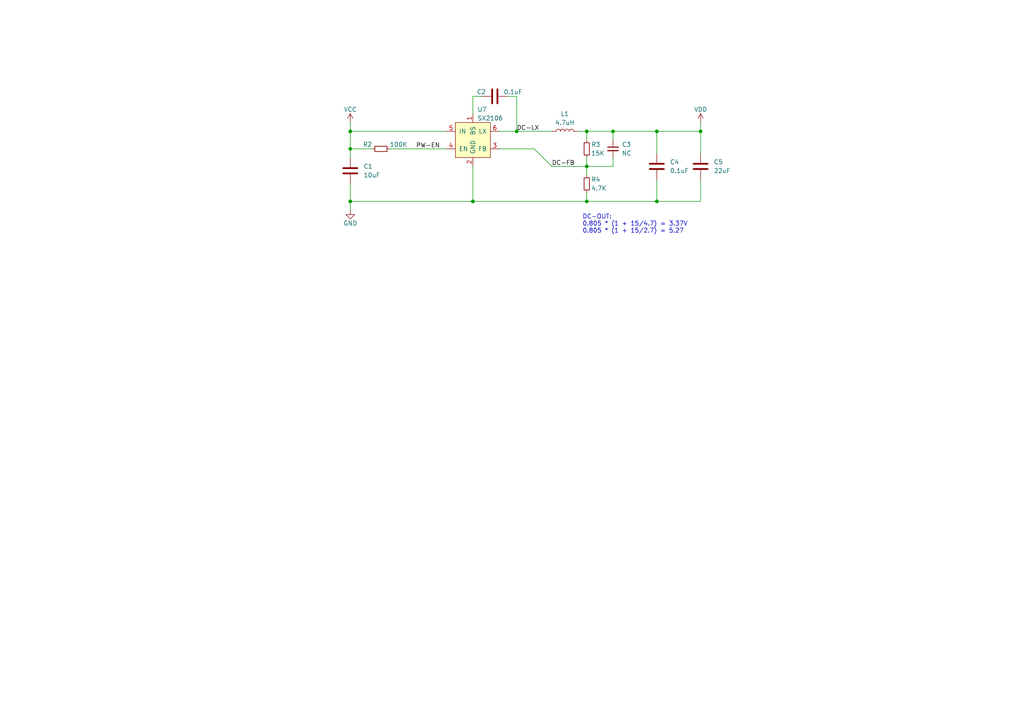
<source format=kicad_sch>
(kicad_sch (version 20250114) (generator "eeschema") (generator_version "9.0")
  (paper "A4")
  (lib_symbols
    (symbol "Append_Power IC:SX2106" (pin_names (offset 1.016))
      (property "Reference" "U" (at 2.54 8.89 0))
      (property "Value" "SX2106" (at 2.54 6.35 0))
      (symbol "SX2106_0_1"
        (rectangle (start -5.08 5.08) (end 5.08 -5.08) (fill (type background)))
      )
      (symbol "SX2106_1_1"
        (pin power_in line (at -7.62 2.54 0) (length 2.54) (name "IN") (number "5"))
        (pin input line (at -7.62 -2.54 0) (length 2.54) (name "EN") (number "4"))
        (pin input line (at 0 7.62 270) (length 2.54) (name "BS") (number "1"))
        (pin power_in line (at 0 -7.62 90) (length 2.54) (name "GND") (number "2"))
        (pin power_out line (at 7.62 2.54 180) (length 2.54) (name "LX") (number "6"))
        (pin input line (at 7.62 -2.54 180) (length 2.54) (name "FB") (number "3"))
      )
    )
    (symbol "Device:C" (pin_numbers (hide yes)) (pin_names (offset 0.254))
      (property "Reference" "C" (at 0.635 2.54 0))
      (property "Value" "C" (at 0.635 -2.54 0))
      (symbol "C_0_1"
        (polyline (pts (xy -2.032 0.762) (xy 2.032 0.762)) (stroke (width 0.508)))
        (polyline (pts (xy -2.032 -0.762) (xy 2.032 -0.762)) (stroke (width 0.508)))
      )
      (symbol "C_1_1"
        (pin passive line (at 0 3.81 270) (length 2.794) (name "~") (number "1"))
        (pin passive line (at 0 -3.81 90) (length 2.794) (name "~") (number "2"))
      )
    )
    (symbol "Device:C_Small" (pin_numbers (hide yes)) (pin_names (offset 0.254) (hide yes))
      (property "Reference" "C" (at 0.254 1.778 0))
      (property "Value" "C_Small" (at 0.254 -2.032 0))
      (symbol "C_Small_0_1"
        (polyline (pts (xy -1.524 0.508) (xy 1.524 0.508)) (stroke (width 0.3048)))
        (polyline (pts (xy -1.524 -0.508) (xy 1.524 -0.508)) (stroke (width 0.3302)))
      )
      (symbol "C_Small_1_1"
        (pin passive line (at 0 2.54 270) (length 2.032) (name "~") (number "1"))
        (pin passive line (at 0 -2.54 90) (length 2.032) (name "~") (number "2"))
      )
    )
    (symbol "Device:L" (pin_numbers (hide yes)) (pin_names (offset 1.016) (hide yes))
      (property "Reference" "L" (at -1.27 0 90))
      (property "Value" "L" (at 1.905 0 90))
      (symbol "L_0_1"
        (arc (start 0 2.54) (mid 0.6323 1.905) (end 0 1.27))
        (arc (start 0 1.27) (mid 0.6323 0.635) (end 0 0))
        (arc (start 0 0) (mid 0.6323 -0.635) (end 0 -1.27))
        (arc (start 0 -1.27) (mid 0.6323 -1.905) (end 0 -2.54))
      )
      (symbol "L_1_1"
        (pin passive line (at 0 3.81 270) (length 1.27) (name "1") (number "1"))
        (pin passive line (at 0 -3.81 90) (length 1.27) (name "2") (number "2"))
      )
    )
    (symbol "Device:R_Small" (pin_numbers (hide yes)) (pin_names (offset 0.254) (hide yes))
      (property "Reference" "R" (at 0.762 0.508 0))
      (property "Value" "R_Small" (at 0.762 -1.016 0))
      (symbol "R_Small_0_1"
        (rectangle (start -0.762 1.778) (end 0.762 -1.778) (stroke (width 0.2032)))
      )
      (symbol "R_Small_1_1"
        (pin passive line (at 0 2.54 270) (length 0.762) (name "~") (number "1"))
        (pin passive line (at 0 -2.54 90) (length 0.762) (name "~") (number "2"))
      )
    )
    (symbol "power:GND" (power) (pin_numbers (hide yes)) (pin_names (offset 0) (hide yes))
      (property "Value" "GND" (at 0 -3.81 0))
      (symbol "GND_0_1"
        (polyline (pts (xy 0 0) (xy 0 -1.27) (xy 1.27 -1.27) (xy 0 -2.54) (xy -1.27 -1.27) (xy 0 -1.27)))
      )
      (symbol "GND_1_1"
        (pin power_in line (at 0 0 270) (length 0) (name "~") (number "1"))
      )
    )
    (symbol "power:VCC" (power) (pin_numbers (hide yes)) (pin_names (offset 0) (hide yes))
      (property "Value" "VCC" (at 0 3.556 0))
      (symbol "VCC_0_1"
        (polyline (pts (xy -0.762 1.27) (xy 0 2.54)))
        (polyline (pts (xy 0 2.54) (xy 0.762 1.27)))
        (polyline (pts (xy 0 0) (xy 0 2.54)))
      )
      (symbol "VCC_1_1"
        (pin power_in line (at 0 0 90) (length 0) (name "~") (number "1"))
      )
    )
    (symbol "power:VDD" (power) (pin_numbers (hide yes)) (pin_names (offset 0) (hide yes))
      (property "Value" "VDD" (at 0 3.556 0))
      (symbol "VDD_0_1"
        (polyline (pts (xy -0.762 1.27) (xy 0 2.54)))
        (polyline (pts (xy 0 2.54) (xy 0.762 1.27)))
        (polyline (pts (xy 0 0) (xy 0 2.54)))
      )
      (symbol "VDD_1_1"
        (pin power_in line (at 0 0 90) (length 0) (name "~") (number "1"))
      )
    )
  )
  (text "DC-OUT:\n0.805 * (1 + 15/4.7) = 3.37V\n0.805 * (1 + 15/2.7) = 5.27" (at 168.91 62.23 0) (effects (font (size 1.27 1.27)) (justify left top)))
  (junction (at 177.8 38.1))
  (junction (at 101.6 38.1))
  (junction (at 190.5 38.1))
  (junction (at 170.18 38.1))
  (junction (at 170.18 58.42))
  (junction (at 137.16 58.42))
  (junction (at 101.6 43.18))
  (junction (at 203.2 38.1))
  (junction (at 149.86 38.1))
  (junction (at 101.6 58.42))
  (junction (at 190.5 58.42))
  (junction (at 170.18 48.26))
  (wire (pts (xy 101.6 58.42) (xy 137.16 58.42)))
  (wire (pts (xy 101.6 43.18) (xy 101.6 45.72)))
  (wire (pts (xy 137.16 27.94) (xy 139.7 27.94)))
  (wire (pts (xy 101.6 38.1) (xy 129.54 38.1)))
  (wire (pts (xy 113.03 43.18) (xy 129.54 43.18)))
  (wire (pts (xy 154.94 43.18) (xy 160.02 48.26)))
  (wire (pts (xy 203.2 52.07) (xy 203.2 58.42)))
  (wire (pts (xy 101.6 35.56) (xy 101.6 38.1)))
  (wire (pts (xy 101.6 43.18) (xy 107.95 43.18)))
  (wire (pts (xy 147.32 27.94) (xy 149.86 27.94)))
  (wire (pts (xy 101.6 58.42) (xy 101.6 60.96)))
  (wire (pts (xy 177.8 38.1) (xy 190.5 38.1)))
  (wire (pts (xy 170.18 48.26) (xy 177.8 48.26)))
  (wire (pts (xy 177.8 45.72) (xy 177.8 48.26)))
  (wire (pts (xy 137.16 58.42) (xy 170.18 58.42)))
  (wire (pts (xy 149.86 38.1) (xy 160.02 38.1)))
  (wire (pts (xy 167.64 38.1) (xy 170.18 38.1)))
  (wire (pts (xy 101.6 38.1) (xy 101.6 43.18)))
  (wire (pts (xy 170.18 45.72) (xy 170.18 48.26)))
  (wire (pts (xy 190.5 52.07) (xy 190.5 58.42)))
  (wire (pts (xy 203.2 38.1) (xy 203.2 44.45)))
  (wire (pts (xy 170.18 38.1) (xy 177.8 38.1)))
  (wire (pts (xy 160.02 48.26) (xy 170.18 48.26)))
  (wire (pts (xy 149.86 27.94) (xy 149.86 38.1)))
  (wire (pts (xy 137.16 27.94) (xy 137.16 33.02)))
  (wire (pts (xy 170.18 38.1) (xy 170.18 40.64)))
  (wire (pts (xy 190.5 38.1) (xy 190.5 44.45)))
  (wire (pts (xy 170.18 48.26) (xy 170.18 50.8)))
  (wire (pts (xy 137.16 48.26) (xy 137.16 58.42)))
  (wire (pts (xy 190.5 58.42) (xy 203.2 58.42)))
  (wire (pts (xy 144.78 38.1) (xy 149.86 38.1)))
  (wire (pts (xy 170.18 58.42) (xy 190.5 58.42)))
  (wire (pts (xy 203.2 35.56) (xy 203.2 38.1)))
  (wire (pts (xy 144.78 43.18) (xy 154.94 43.18)))
  (wire (pts (xy 101.6 53.34) (xy 101.6 58.42)))
  (wire (pts (xy 170.18 55.88) (xy 170.18 58.42)))
  (wire (pts (xy 177.8 38.1) (xy 177.8 40.64)))
  (wire (pts (xy 190.5 38.1) (xy 203.2 38.1)))
  (label "DC-FB" (at 160.02 48.26 0))
  (label "PW-EN" (at 120.65 43.18 0))
  (label "DC-LX" (at 149.86 38.1 0))
  (symbol (lib_id "Device:C") (at 203.2 48.26 0) (unit 1)
    (property "Reference" "C5" (at 207.01 46.9899 0) (effects (justify left)))
    (property "Value" "22uF" (at 207.01 49.5299 0) (effects (justify left)))
    (property "Footprint" "Capacitor_SMD:C_0805_2012Metric" (effects (hide yes)))
    (property "Description" "Unpolarized capacitor" (effects (hide yes)))
  )
  (symbol (lib_id "Device:R_Small") (at 170.18 53.34 0) (unit 1)
    (property "Reference" "R4" (at 171.45 52.07 0) (effects (justify left)))
    (property "Value" "4.7K" (at 171.45 54.61 0) (effects (justify left)))
    (property "Footprint" "Resistor_SMD:R_0603_1608Metric" (effects (hide yes)))
    (property "Description" "Resistor, small symbol" (effects (hide yes)))
  )
  (symbol (lib_id "Device:C_Small") (at 177.8 43.18 0) (unit 1)
    (property "Reference" "C3" (at 180.34 41.9162 0) (effects (justify left)))
    (property "Value" "NC" (at 180.34 44.4562 0) (effects (justify left)))
    (property "Footprint" "Capacitor_SMD:C_0603_1608Metric" (effects (hide yes)))
    (property "Description" "Unpolarized capacitor, small symbol" (effects (hide yes)))
  )
  (symbol (lib_id "Device:R_Small") (at 170.18 43.18 0) (unit 1)
    (property "Reference" "R3" (at 171.45 41.91 0) (effects (justify left)))
    (property "Value" "15K" (at 171.45 44.45 0) (effects (justify left)))
    (property "Footprint" "Resistor_SMD:R_0603_1608Metric" (effects (hide yes)))
    (property "Description" "Resistor, small symbol" (effects (hide yes)))
  )
  (symbol (lib_id "power:GND") (at 101.6 60.96 0) (unit 1)
    (property "Reference" "#PWR021" (effects (hide yes)))
    (property "Value" "GND" (at 101.6 64.77 0))
    (property "Description" "Power symbol creates a global label with name \"GND\" , ground" (effects (hide yes)))
  )
  (symbol (lib_id "Device:L") (at 163.83 38.1 90) (unit 1)
    (property "Reference" "L1" (at 163.83 33.02 90))
    (property "Value" "4.7uH" (at 163.83 35.56 90))
    (property "Footprint" "Inductor_SMD:L_Cenker_CKCS5020" (effects (hide yes)))
    (property "Description" "Inductor" (effects (hide yes)))
  )
  (symbol (lib_id "Device:R_Small") (at 110.49 43.18 90) (unit 1)
    (property "Reference" "R2" (at 107.95 41.91 90) (effects (justify left)))
    (property "Value" "100K" (at 113.03 41.91 90) (effects (justify right)))
    (property "Footprint" "Resistor_SMD:R_0603_1608Metric" (effects (hide yes)))
    (property "Description" "Resistor, small symbol" (effects (hide yes)))
  )
  (symbol (lib_id "power:VDD") (at 203.2 35.56 0) (unit 1)
    (property "Reference" "#PWR022" (effects (hide yes)))
    (property "Value" "VDD" (at 203.2 31.75 0))
    (property "Description" "Power symbol creates a global label with name \"VDD\"" (effects (hide yes)))
  )
  (symbol (lib_id "Append_Power IC:SX2106") (at 137.16 40.64 0) (unit 1)
    (property "Reference" "U7" (at 138.43 31.75 0) (effects (justify left)))
    (property "Value" "SX2106" (at 138.43 34.29 0) (effects (justify left)))
    (property "Footprint" "Package_TO_SOT_SMD:SOT-23-6_Handsoldering" (effects (hide yes)))
  )
  (symbol (lib_id "power:VCC") (at 101.6 35.56 0) (unit 1)
    (property "Reference" "#PWR020" (effects (hide yes)))
    (property "Value" "VCC" (at 101.6 31.75 0))
    (property "Description" "Power symbol creates a global label with name \"VCC\"" (effects (hide yes)))
  )
  (symbol (lib_id "Device:C") (at 101.6 49.53 0) (unit 1)
    (property "Reference" "C1" (at 105.41 48.2599 0) (effects (justify left)))
    (property "Value" "10uF" (at 105.41 50.7999 0) (effects (justify left)))
    (property "Footprint" "Capacitor_SMD:C_0805_2012Metric" (effects (hide yes)))
    (property "Description" "Unpolarized capacitor" (effects (hide yes)))
  )
  (symbol (lib_id "Device:C") (at 143.51 27.94 90) (unit 1)
    (property "Reference" "C2" (at 140.97 26.67 90) (effects (justify left)))
    (property "Value" "0.1uF" (at 146.05 26.67 90) (effects (justify right)))
    (property "Footprint" "Capacitor_SMD:C_0805_2012Metric" (effects (hide yes)))
    (property "Description" "Unpolarized capacitor" (effects (hide yes)))
  )
  (symbol (lib_id "Device:C") (at 190.5 48.26 0) (unit 1)
    (property "Reference" "C4" (at 194.31 46.9899 0) (effects (justify left)))
    (property "Value" "0.1uF" (at 194.31 49.5299 0) (effects (justify left)))
    (property "Footprint" "Capacitor_SMD:C_0805_2012Metric" (effects (hide yes)))
    (property "Description" "Unpolarized capacitor" (effects (hide yes)))
  )
)
</source>
